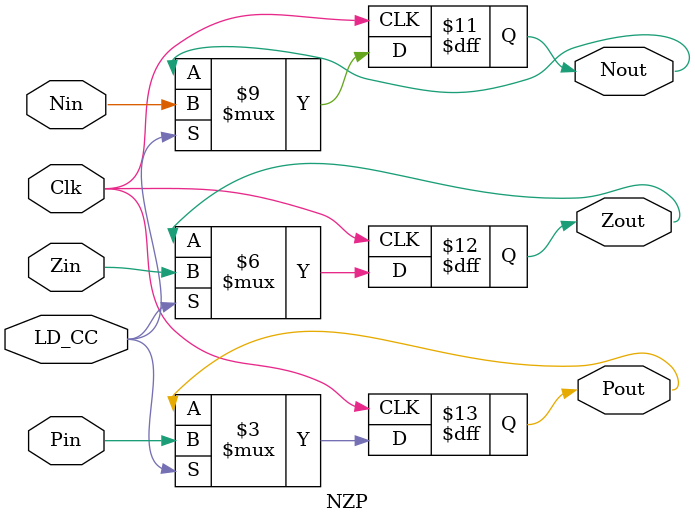
<source format=sv>
module NZP(input logic Clk, Nin, Zin, Pin, LD_CC,
				output logic Nout, Zout, Pout);
				
				always_ff @ (posedge Clk)
				begin
				if (LD_CC)
				begin
					Nout = Nin;
					Zout = Zin;
					Pout = Pin;
				end
				end
				endmodule 
</source>
